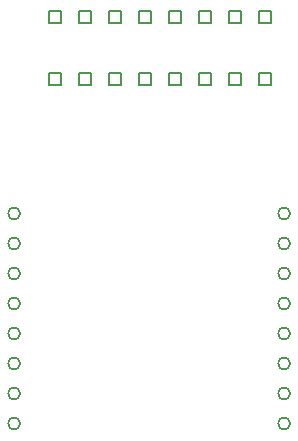
<source format=gbr>
%TF.GenerationSoftware,Altium Limited,Altium Designer,24.1.2 (44)*%
G04 Layer_Color=2752767*
%FSLAX45Y45*%
%MOMM*%
%TF.SameCoordinates,5EC3BBD7-C06D-4BA5-B086-9FF2EE8CE176*%
%TF.FilePolarity,Positive*%
%TF.FileFunction,Drawing*%
%TF.Part,Single*%
G01*
G75*
%TA.AperFunction,NonConductor*%
%ADD29C,0.12700*%
%ADD30C,0.16933*%
D29*
X2171700Y4495800D02*
Y4597400D01*
X2273300D01*
Y4495800D01*
X2171700D01*
X1663700D02*
Y4597400D01*
X1765300D01*
Y4495800D01*
X1663700D01*
X1155700D02*
Y4597400D01*
X1257300D01*
Y4495800D01*
X1155700D01*
X901700D02*
Y4597400D01*
X1003300D01*
Y4495800D01*
X901700D01*
X1409700D02*
Y4597400D01*
X1511300D01*
Y4495800D01*
X1409700D01*
X1917700D02*
Y4597400D01*
X2019300D01*
Y4495800D01*
X1917700D01*
X2425700D02*
Y4597400D01*
X2527300D01*
Y4495800D01*
X2425700D01*
X2679700D02*
Y4597400D01*
X2781300D01*
Y4495800D01*
X2679700D01*
X2171700Y3972560D02*
Y4074160D01*
X2273300D01*
Y3972560D01*
X2171700D01*
X1663700D02*
Y4074160D01*
X1765300D01*
Y3972560D01*
X1663700D01*
X1155700D02*
Y4074160D01*
X1257300D01*
Y3972560D01*
X1155700D01*
X901700D02*
Y4074160D01*
X1003300D01*
Y3972560D01*
X901700D01*
X1409700D02*
Y4074160D01*
X1511300D01*
Y3972560D01*
X1409700D01*
X1917700D02*
Y4074160D01*
X2019300D01*
Y3972560D01*
X1917700D01*
X2425700D02*
Y4074160D01*
X2527300D01*
Y3972560D01*
X2425700D01*
X2679700D02*
Y4074160D01*
X2781300D01*
Y3972560D01*
X2679700D01*
D30*
X2946400Y2882900D02*
G03*
X2946400Y2882900I-50800J0D01*
G01*
Y2628900D02*
G03*
X2946400Y2628900I-50800J0D01*
G01*
Y1612900D02*
G03*
X2946400Y1612900I-50800J0D01*
G01*
Y1104900D02*
G03*
X2946400Y1104900I-50800J0D01*
G01*
Y1358900D02*
G03*
X2946400Y1358900I-50800J0D01*
G01*
Y1866900D02*
G03*
X2946400Y1866900I-50800J0D01*
G01*
Y2120900D02*
G03*
X2946400Y2120900I-50800J0D01*
G01*
Y2374900D02*
G03*
X2946400Y2374900I-50800J0D01*
G01*
X660400Y2882900D02*
G03*
X660400Y2882900I-50800J0D01*
G01*
Y2628900D02*
G03*
X660400Y2628900I-50800J0D01*
G01*
Y1612900D02*
G03*
X660400Y1612900I-50800J0D01*
G01*
Y1104900D02*
G03*
X660400Y1104900I-50800J0D01*
G01*
Y1358900D02*
G03*
X660400Y1358900I-50800J0D01*
G01*
Y1866900D02*
G03*
X660400Y1866900I-50800J0D01*
G01*
Y2120900D02*
G03*
X660400Y2120900I-50800J0D01*
G01*
Y2374900D02*
G03*
X660400Y2374900I-50800J0D01*
G01*
%TF.MD5,37dbe4ca035630b8545aebe8614c4b79*%
M02*

</source>
